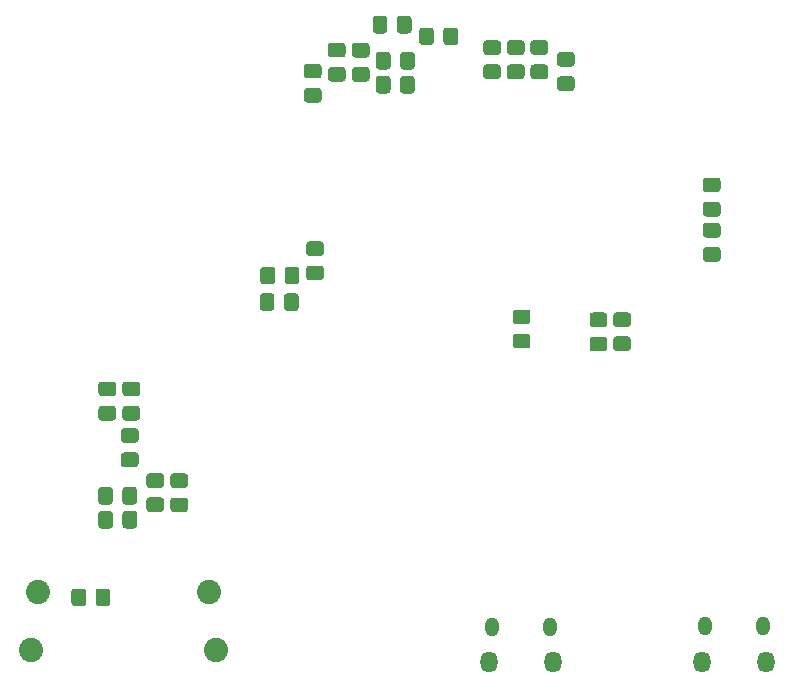
<source format=gbr>
%TF.GenerationSoftware,KiCad,Pcbnew,(5.1.6)-1*%
%TF.CreationDate,2020-12-19T20:46:55-03:30*%
%TF.ProjectId,graphics-card-rev-2,67726170-6869-4637-932d-636172642d72,rev?*%
%TF.SameCoordinates,Original*%
%TF.FileFunction,Soldermask,Bot*%
%TF.FilePolarity,Negative*%
%FSLAX46Y46*%
G04 Gerber Fmt 4.6, Leading zero omitted, Abs format (unit mm)*
G04 Created by KiCad (PCBNEW (5.1.6)-1) date 2020-12-19 20:46:55*
%MOMM*%
%LPD*%
G01*
G04 APERTURE LIST*
%ADD10O,1.450000X1.800000*%
%ADD11O,1.200000X1.600000*%
%ADD12C,2.050000*%
G04 APERTURE END LIST*
%TO.C,C5*%
G36*
G01*
X78875000Y-133478262D02*
X78875000Y-132521738D01*
G75*
G02*
X79146738Y-132250000I271738J0D01*
G01*
X79853262Y-132250000D01*
G75*
G02*
X80125000Y-132521738I0J-271738D01*
G01*
X80125000Y-133478262D01*
G75*
G02*
X79853262Y-133750000I-271738J0D01*
G01*
X79146738Y-133750000D01*
G75*
G02*
X78875000Y-133478262I0J271738D01*
G01*
G37*
G36*
G01*
X80925000Y-133478262D02*
X80925000Y-132521738D01*
G75*
G02*
X81196738Y-132250000I271738J0D01*
G01*
X81903262Y-132250000D01*
G75*
G02*
X82175000Y-132521738I0J-271738D01*
G01*
X82175000Y-133478262D01*
G75*
G02*
X81903262Y-133750000I-271738J0D01*
G01*
X81196738Y-133750000D01*
G75*
G02*
X80925000Y-133478262I0J271738D01*
G01*
G37*
%TD*%
%TO.C,C6*%
G36*
G01*
X80875000Y-135728262D02*
X80875000Y-134771738D01*
G75*
G02*
X81146738Y-134500000I271738J0D01*
G01*
X81853262Y-134500000D01*
G75*
G02*
X82125000Y-134771738I0J-271738D01*
G01*
X82125000Y-135728262D01*
G75*
G02*
X81853262Y-136000000I-271738J0D01*
G01*
X81146738Y-136000000D01*
G75*
G02*
X80875000Y-135728262I0J271738D01*
G01*
G37*
G36*
G01*
X78825000Y-135728262D02*
X78825000Y-134771738D01*
G75*
G02*
X79096738Y-134500000I271738J0D01*
G01*
X79803262Y-134500000D01*
G75*
G02*
X80075000Y-134771738I0J-271738D01*
G01*
X80075000Y-135728262D01*
G75*
G02*
X79803262Y-136000000I-271738J0D01*
G01*
X79096738Y-136000000D01*
G75*
G02*
X78825000Y-135728262I0J271738D01*
G01*
G37*
%TD*%
%TO.C,C7*%
G36*
G01*
X101478262Y-139175000D02*
X100521738Y-139175000D01*
G75*
G02*
X100250000Y-138903262I0J271738D01*
G01*
X100250000Y-138196738D01*
G75*
G02*
X100521738Y-137925000I271738J0D01*
G01*
X101478262Y-137925000D01*
G75*
G02*
X101750000Y-138196738I0J-271738D01*
G01*
X101750000Y-138903262D01*
G75*
G02*
X101478262Y-139175000I-271738J0D01*
G01*
G37*
G36*
G01*
X101478262Y-137125000D02*
X100521738Y-137125000D01*
G75*
G02*
X100250000Y-136853262I0J271738D01*
G01*
X100250000Y-136146738D01*
G75*
G02*
X100521738Y-135875000I271738J0D01*
G01*
X101478262Y-135875000D01*
G75*
G02*
X101750000Y-136146738I0J-271738D01*
G01*
X101750000Y-136853262D01*
G75*
G02*
X101478262Y-137125000I-271738J0D01*
G01*
G37*
%TD*%
%TO.C,C12*%
G36*
G01*
X109021738Y-136100000D02*
X109978262Y-136100000D01*
G75*
G02*
X110250000Y-136371738I0J-271738D01*
G01*
X110250000Y-137078262D01*
G75*
G02*
X109978262Y-137350000I-271738J0D01*
G01*
X109021738Y-137350000D01*
G75*
G02*
X108750000Y-137078262I0J271738D01*
G01*
X108750000Y-136371738D01*
G75*
G02*
X109021738Y-136100000I271738J0D01*
G01*
G37*
G36*
G01*
X109021738Y-138150000D02*
X109978262Y-138150000D01*
G75*
G02*
X110250000Y-138421738I0J-271738D01*
G01*
X110250000Y-139128262D01*
G75*
G02*
X109978262Y-139400000I-271738J0D01*
G01*
X109021738Y-139400000D01*
G75*
G02*
X108750000Y-139128262I0J271738D01*
G01*
X108750000Y-138421738D01*
G75*
G02*
X109021738Y-138150000I271738J0D01*
G01*
G37*
%TD*%
%TO.C,C28*%
G36*
G01*
X107021738Y-138175000D02*
X107978262Y-138175000D01*
G75*
G02*
X108250000Y-138446738I0J-271738D01*
G01*
X108250000Y-139153262D01*
G75*
G02*
X107978262Y-139425000I-271738J0D01*
G01*
X107021738Y-139425000D01*
G75*
G02*
X106750000Y-139153262I0J271738D01*
G01*
X106750000Y-138446738D01*
G75*
G02*
X107021738Y-138175000I271738J0D01*
G01*
G37*
G36*
G01*
X107021738Y-136125000D02*
X107978262Y-136125000D01*
G75*
G02*
X108250000Y-136396738I0J-271738D01*
G01*
X108250000Y-137103262D01*
G75*
G02*
X107978262Y-137375000I-271738J0D01*
G01*
X107021738Y-137375000D01*
G75*
G02*
X106750000Y-137103262I0J271738D01*
G01*
X106750000Y-136396738D01*
G75*
G02*
X107021738Y-136125000I271738J0D01*
G01*
G37*
%TD*%
%TO.C,C31*%
G36*
G01*
X104271738Y-114075000D02*
X105228262Y-114075000D01*
G75*
G02*
X105500000Y-114346738I0J-271738D01*
G01*
X105500000Y-115053262D01*
G75*
G02*
X105228262Y-115325000I-271738J0D01*
G01*
X104271738Y-115325000D01*
G75*
G02*
X104000000Y-115053262I0J271738D01*
G01*
X104000000Y-114346738D01*
G75*
G02*
X104271738Y-114075000I271738J0D01*
G01*
G37*
G36*
G01*
X104271738Y-116125000D02*
X105228262Y-116125000D01*
G75*
G02*
X105500000Y-116396738I0J-271738D01*
G01*
X105500000Y-117103262D01*
G75*
G02*
X105228262Y-117375000I-271738J0D01*
G01*
X104271738Y-117375000D01*
G75*
G02*
X104000000Y-117103262I0J271738D01*
G01*
X104000000Y-116396738D01*
G75*
G02*
X104271738Y-116125000I271738J0D01*
G01*
G37*
%TD*%
%TO.C,C34*%
G36*
G01*
X102021738Y-113075000D02*
X102978262Y-113075000D01*
G75*
G02*
X103250000Y-113346738I0J-271738D01*
G01*
X103250000Y-114053262D01*
G75*
G02*
X102978262Y-114325000I-271738J0D01*
G01*
X102021738Y-114325000D01*
G75*
G02*
X101750000Y-114053262I0J271738D01*
G01*
X101750000Y-113346738D01*
G75*
G02*
X102021738Y-113075000I271738J0D01*
G01*
G37*
G36*
G01*
X102021738Y-115125000D02*
X102978262Y-115125000D01*
G75*
G02*
X103250000Y-115396738I0J-271738D01*
G01*
X103250000Y-116103262D01*
G75*
G02*
X102978262Y-116375000I-271738J0D01*
G01*
X102021738Y-116375000D01*
G75*
G02*
X101750000Y-116103262I0J271738D01*
G01*
X101750000Y-115396738D01*
G75*
G02*
X102021738Y-115125000I271738J0D01*
G01*
G37*
%TD*%
%TO.C,C35*%
G36*
G01*
X100021738Y-113075000D02*
X100978262Y-113075000D01*
G75*
G02*
X101250000Y-113346738I0J-271738D01*
G01*
X101250000Y-114053262D01*
G75*
G02*
X100978262Y-114325000I-271738J0D01*
G01*
X100021738Y-114325000D01*
G75*
G02*
X99750000Y-114053262I0J271738D01*
G01*
X99750000Y-113346738D01*
G75*
G02*
X100021738Y-113075000I271738J0D01*
G01*
G37*
G36*
G01*
X100021738Y-115125000D02*
X100978262Y-115125000D01*
G75*
G02*
X101250000Y-115396738I0J-271738D01*
G01*
X101250000Y-116103262D01*
G75*
G02*
X100978262Y-116375000I-271738J0D01*
G01*
X100021738Y-116375000D01*
G75*
G02*
X99750000Y-116103262I0J271738D01*
G01*
X99750000Y-115396738D01*
G75*
G02*
X100021738Y-115125000I271738J0D01*
G01*
G37*
%TD*%
%TO.C,C36*%
G36*
G01*
X98021738Y-113075000D02*
X98978262Y-113075000D01*
G75*
G02*
X99250000Y-113346738I0J-271738D01*
G01*
X99250000Y-114053262D01*
G75*
G02*
X98978262Y-114325000I-271738J0D01*
G01*
X98021738Y-114325000D01*
G75*
G02*
X97750000Y-114053262I0J271738D01*
G01*
X97750000Y-113346738D01*
G75*
G02*
X98021738Y-113075000I271738J0D01*
G01*
G37*
G36*
G01*
X98021738Y-115125000D02*
X98978262Y-115125000D01*
G75*
G02*
X99250000Y-115396738I0J-271738D01*
G01*
X99250000Y-116103262D01*
G75*
G02*
X98978262Y-116375000I-271738J0D01*
G01*
X98021738Y-116375000D01*
G75*
G02*
X97750000Y-116103262I0J271738D01*
G01*
X97750000Y-115396738D01*
G75*
G02*
X98021738Y-115125000I271738J0D01*
G01*
G37*
%TD*%
%TO.C,C37*%
G36*
G01*
X94375000Y-113228262D02*
X94375000Y-112271738D01*
G75*
G02*
X94646738Y-112000000I271738J0D01*
G01*
X95353262Y-112000000D01*
G75*
G02*
X95625000Y-112271738I0J-271738D01*
G01*
X95625000Y-113228262D01*
G75*
G02*
X95353262Y-113500000I-271738J0D01*
G01*
X94646738Y-113500000D01*
G75*
G02*
X94375000Y-113228262I0J271738D01*
G01*
G37*
G36*
G01*
X92325000Y-113228262D02*
X92325000Y-112271738D01*
G75*
G02*
X92596738Y-112000000I271738J0D01*
G01*
X93303262Y-112000000D01*
G75*
G02*
X93575000Y-112271738I0J-271738D01*
G01*
X93575000Y-113228262D01*
G75*
G02*
X93303262Y-113500000I-271738J0D01*
G01*
X92596738Y-113500000D01*
G75*
G02*
X92325000Y-113228262I0J271738D01*
G01*
G37*
%TD*%
%TO.C,C48*%
G36*
G01*
X90697000Y-117318262D02*
X90697000Y-116361738D01*
G75*
G02*
X90968738Y-116090000I271738J0D01*
G01*
X91675262Y-116090000D01*
G75*
G02*
X91947000Y-116361738I0J-271738D01*
G01*
X91947000Y-117318262D01*
G75*
G02*
X91675262Y-117590000I-271738J0D01*
G01*
X90968738Y-117590000D01*
G75*
G02*
X90697000Y-117318262I0J271738D01*
G01*
G37*
G36*
G01*
X88647000Y-117318262D02*
X88647000Y-116361738D01*
G75*
G02*
X88918738Y-116090000I271738J0D01*
G01*
X89625262Y-116090000D01*
G75*
G02*
X89897000Y-116361738I0J-271738D01*
G01*
X89897000Y-117318262D01*
G75*
G02*
X89625262Y-117590000I-271738J0D01*
G01*
X88918738Y-117590000D01*
G75*
G02*
X88647000Y-117318262I0J271738D01*
G01*
G37*
%TD*%
%TO.C,C49*%
G36*
G01*
X86897738Y-113294000D02*
X87854262Y-113294000D01*
G75*
G02*
X88126000Y-113565738I0J-271738D01*
G01*
X88126000Y-114272262D01*
G75*
G02*
X87854262Y-114544000I-271738J0D01*
G01*
X86897738Y-114544000D01*
G75*
G02*
X86626000Y-114272262I0J271738D01*
G01*
X86626000Y-113565738D01*
G75*
G02*
X86897738Y-113294000I271738J0D01*
G01*
G37*
G36*
G01*
X86897738Y-115344000D02*
X87854262Y-115344000D01*
G75*
G02*
X88126000Y-115615738I0J-271738D01*
G01*
X88126000Y-116322262D01*
G75*
G02*
X87854262Y-116594000I-271738J0D01*
G01*
X86897738Y-116594000D01*
G75*
G02*
X86626000Y-116322262I0J271738D01*
G01*
X86626000Y-115615738D01*
G75*
G02*
X86897738Y-115344000I271738J0D01*
G01*
G37*
%TD*%
%TO.C,C50*%
G36*
G01*
X90706000Y-115286262D02*
X90706000Y-114329738D01*
G75*
G02*
X90977738Y-114058000I271738J0D01*
G01*
X91684262Y-114058000D01*
G75*
G02*
X91956000Y-114329738I0J-271738D01*
G01*
X91956000Y-115286262D01*
G75*
G02*
X91684262Y-115558000I-271738J0D01*
G01*
X90977738Y-115558000D01*
G75*
G02*
X90706000Y-115286262I0J271738D01*
G01*
G37*
G36*
G01*
X88656000Y-115286262D02*
X88656000Y-114329738D01*
G75*
G02*
X88927738Y-114058000I271738J0D01*
G01*
X89634262Y-114058000D01*
G75*
G02*
X89906000Y-114329738I0J-271738D01*
G01*
X89906000Y-115286262D01*
G75*
G02*
X89634262Y-115558000I-271738J0D01*
G01*
X88927738Y-115558000D01*
G75*
G02*
X88656000Y-115286262I0J271738D01*
G01*
G37*
%TD*%
%TO.C,C51*%
G36*
G01*
X84865738Y-113285000D02*
X85822262Y-113285000D01*
G75*
G02*
X86094000Y-113556738I0J-271738D01*
G01*
X86094000Y-114263262D01*
G75*
G02*
X85822262Y-114535000I-271738J0D01*
G01*
X84865738Y-114535000D01*
G75*
G02*
X84594000Y-114263262I0J271738D01*
G01*
X84594000Y-113556738D01*
G75*
G02*
X84865738Y-113285000I271738J0D01*
G01*
G37*
G36*
G01*
X84865738Y-115335000D02*
X85822262Y-115335000D01*
G75*
G02*
X86094000Y-115606738I0J-271738D01*
G01*
X86094000Y-116313262D01*
G75*
G02*
X85822262Y-116585000I-271738J0D01*
G01*
X84865738Y-116585000D01*
G75*
G02*
X84594000Y-116313262I0J271738D01*
G01*
X84594000Y-115606738D01*
G75*
G02*
X84865738Y-115335000I271738J0D01*
G01*
G37*
%TD*%
%TO.C,C52*%
G36*
G01*
X83021738Y-130100000D02*
X83978262Y-130100000D01*
G75*
G02*
X84250000Y-130371738I0J-271738D01*
G01*
X84250000Y-131078262D01*
G75*
G02*
X83978262Y-131350000I-271738J0D01*
G01*
X83021738Y-131350000D01*
G75*
G02*
X82750000Y-131078262I0J271738D01*
G01*
X82750000Y-130371738D01*
G75*
G02*
X83021738Y-130100000I271738J0D01*
G01*
G37*
G36*
G01*
X83021738Y-132150000D02*
X83978262Y-132150000D01*
G75*
G02*
X84250000Y-132421738I0J-271738D01*
G01*
X84250000Y-133128262D01*
G75*
G02*
X83978262Y-133400000I-271738J0D01*
G01*
X83021738Y-133400000D01*
G75*
G02*
X82750000Y-133128262I0J271738D01*
G01*
X82750000Y-132421738D01*
G75*
G02*
X83021738Y-132150000I271738J0D01*
G01*
G37*
%TD*%
%TO.C,C17*%
G36*
G01*
X116615738Y-124706000D02*
X117572262Y-124706000D01*
G75*
G02*
X117844000Y-124977738I0J-271738D01*
G01*
X117844000Y-125684262D01*
G75*
G02*
X117572262Y-125956000I-271738J0D01*
G01*
X116615738Y-125956000D01*
G75*
G02*
X116344000Y-125684262I0J271738D01*
G01*
X116344000Y-124977738D01*
G75*
G02*
X116615738Y-124706000I271738J0D01*
G01*
G37*
G36*
G01*
X116615738Y-126756000D02*
X117572262Y-126756000D01*
G75*
G02*
X117844000Y-127027738I0J-271738D01*
G01*
X117844000Y-127734262D01*
G75*
G02*
X117572262Y-128006000I-271738J0D01*
G01*
X116615738Y-128006000D01*
G75*
G02*
X116344000Y-127734262I0J271738D01*
G01*
X116344000Y-127027738D01*
G75*
G02*
X116615738Y-126756000I271738J0D01*
G01*
G37*
%TD*%
%TO.C,C20*%
G36*
G01*
X117572262Y-129784000D02*
X116615738Y-129784000D01*
G75*
G02*
X116344000Y-129512262I0J271738D01*
G01*
X116344000Y-128805738D01*
G75*
G02*
X116615738Y-128534000I271738J0D01*
G01*
X117572262Y-128534000D01*
G75*
G02*
X117844000Y-128805738I0J-271738D01*
G01*
X117844000Y-129512262D01*
G75*
G02*
X117572262Y-129784000I-271738J0D01*
G01*
G37*
G36*
G01*
X117572262Y-131834000D02*
X116615738Y-131834000D01*
G75*
G02*
X116344000Y-131562262I0J271738D01*
G01*
X116344000Y-130855738D01*
G75*
G02*
X116615738Y-130584000I271738J0D01*
G01*
X117572262Y-130584000D01*
G75*
G02*
X117844000Y-130855738I0J-271738D01*
G01*
X117844000Y-131562262D01*
G75*
G02*
X117572262Y-131834000I-271738J0D01*
G01*
G37*
%TD*%
%TO.C,C46*%
G36*
G01*
X70455262Y-150984000D02*
X69498738Y-150984000D01*
G75*
G02*
X69227000Y-150712262I0J271738D01*
G01*
X69227000Y-150005738D01*
G75*
G02*
X69498738Y-149734000I271738J0D01*
G01*
X70455262Y-149734000D01*
G75*
G02*
X70727000Y-150005738I0J-271738D01*
G01*
X70727000Y-150712262D01*
G75*
G02*
X70455262Y-150984000I-271738J0D01*
G01*
G37*
G36*
G01*
X70455262Y-153034000D02*
X69498738Y-153034000D01*
G75*
G02*
X69227000Y-152762262I0J271738D01*
G01*
X69227000Y-152055738D01*
G75*
G02*
X69498738Y-151784000I271738J0D01*
G01*
X70455262Y-151784000D01*
G75*
G02*
X70727000Y-152055738I0J-271738D01*
G01*
X70727000Y-152762262D01*
G75*
G02*
X70455262Y-153034000I-271738J0D01*
G01*
G37*
%TD*%
%TO.C,C47*%
G36*
G01*
X72487262Y-153043000D02*
X71530738Y-153043000D01*
G75*
G02*
X71259000Y-152771262I0J271738D01*
G01*
X71259000Y-152064738D01*
G75*
G02*
X71530738Y-151793000I271738J0D01*
G01*
X72487262Y-151793000D01*
G75*
G02*
X72759000Y-152064738I0J-271738D01*
G01*
X72759000Y-152771262D01*
G75*
G02*
X72487262Y-153043000I-271738J0D01*
G01*
G37*
G36*
G01*
X72487262Y-150993000D02*
X71530738Y-150993000D01*
G75*
G02*
X71259000Y-150721262I0J271738D01*
G01*
X71259000Y-150014738D01*
G75*
G02*
X71530738Y-149743000I271738J0D01*
G01*
X72487262Y-149743000D01*
G75*
G02*
X72759000Y-150014738I0J-271738D01*
G01*
X72759000Y-150721262D01*
G75*
G02*
X72487262Y-150993000I-271738J0D01*
G01*
G37*
%TD*%
%TO.C,C55*%
G36*
G01*
X62875000Y-160728262D02*
X62875000Y-159771738D01*
G75*
G02*
X63146738Y-159500000I271738J0D01*
G01*
X63853262Y-159500000D01*
G75*
G02*
X64125000Y-159771738I0J-271738D01*
G01*
X64125000Y-160728262D01*
G75*
G02*
X63853262Y-161000000I-271738J0D01*
G01*
X63146738Y-161000000D01*
G75*
G02*
X62875000Y-160728262I0J271738D01*
G01*
G37*
G36*
G01*
X64925000Y-160728262D02*
X64925000Y-159771738D01*
G75*
G02*
X65196738Y-159500000I271738J0D01*
G01*
X65903262Y-159500000D01*
G75*
G02*
X66175000Y-159771738I0J-271738D01*
G01*
X66175000Y-160728262D01*
G75*
G02*
X65903262Y-161000000I-271738J0D01*
G01*
X65196738Y-161000000D01*
G75*
G02*
X64925000Y-160728262I0J271738D01*
G01*
G37*
%TD*%
%TO.C,C66*%
G36*
G01*
X65143000Y-152116262D02*
X65143000Y-151159738D01*
G75*
G02*
X65414738Y-150888000I271738J0D01*
G01*
X66121262Y-150888000D01*
G75*
G02*
X66393000Y-151159738I0J-271738D01*
G01*
X66393000Y-152116262D01*
G75*
G02*
X66121262Y-152388000I-271738J0D01*
G01*
X65414738Y-152388000D01*
G75*
G02*
X65143000Y-152116262I0J271738D01*
G01*
G37*
G36*
G01*
X67193000Y-152116262D02*
X67193000Y-151159738D01*
G75*
G02*
X67464738Y-150888000I271738J0D01*
G01*
X68171262Y-150888000D01*
G75*
G02*
X68443000Y-151159738I0J-271738D01*
G01*
X68443000Y-152116262D01*
G75*
G02*
X68171262Y-152388000I-271738J0D01*
G01*
X67464738Y-152388000D01*
G75*
G02*
X67193000Y-152116262I0J271738D01*
G01*
G37*
%TD*%
%TO.C,C67*%
G36*
G01*
X88384000Y-112238262D02*
X88384000Y-111281738D01*
G75*
G02*
X88655738Y-111010000I271738J0D01*
G01*
X89362262Y-111010000D01*
G75*
G02*
X89634000Y-111281738I0J-271738D01*
G01*
X89634000Y-112238262D01*
G75*
G02*
X89362262Y-112510000I-271738J0D01*
G01*
X88655738Y-112510000D01*
G75*
G02*
X88384000Y-112238262I0J271738D01*
G01*
G37*
G36*
G01*
X90434000Y-112238262D02*
X90434000Y-111281738D01*
G75*
G02*
X90705738Y-111010000I271738J0D01*
G01*
X91412262Y-111010000D01*
G75*
G02*
X91684000Y-111281738I0J-271738D01*
G01*
X91684000Y-112238262D01*
G75*
G02*
X91412262Y-112510000I-271738J0D01*
G01*
X90705738Y-112510000D01*
G75*
G02*
X90434000Y-112238262I0J271738D01*
G01*
G37*
%TD*%
%TO.C,C64*%
G36*
G01*
X83790262Y-116313000D02*
X82833738Y-116313000D01*
G75*
G02*
X82562000Y-116041262I0J271738D01*
G01*
X82562000Y-115334738D01*
G75*
G02*
X82833738Y-115063000I271738J0D01*
G01*
X83790262Y-115063000D01*
G75*
G02*
X84062000Y-115334738I0J-271738D01*
G01*
X84062000Y-116041262D01*
G75*
G02*
X83790262Y-116313000I-271738J0D01*
G01*
G37*
G36*
G01*
X83790262Y-118363000D02*
X82833738Y-118363000D01*
G75*
G02*
X82562000Y-118091262I0J271738D01*
G01*
X82562000Y-117384738D01*
G75*
G02*
X82833738Y-117113000I271738J0D01*
G01*
X83790262Y-117113000D01*
G75*
G02*
X84062000Y-117384738I0J-271738D01*
G01*
X84062000Y-118091262D01*
G75*
G02*
X83790262Y-118363000I-271738J0D01*
G01*
G37*
%TD*%
D10*
%TO.C,J1*%
X103670000Y-165715000D03*
X98210000Y-165715000D03*
D11*
X103360000Y-162715000D03*
X98520000Y-162715000D03*
%TD*%
%TO.C,J2*%
X116555000Y-162707000D03*
X121395000Y-162707000D03*
D10*
X116245000Y-165707000D03*
X121705000Y-165707000D03*
%TD*%
D12*
%TO.C,J3*%
X60060000Y-159766000D03*
X74560000Y-159766000D03*
X59460000Y-164666000D03*
X75160000Y-164666000D03*
%TD*%
%TO.C,R6*%
G36*
G01*
X68296262Y-149224000D02*
X67339738Y-149224000D01*
G75*
G02*
X67068000Y-148952262I0J271738D01*
G01*
X67068000Y-148245738D01*
G75*
G02*
X67339738Y-147974000I271738J0D01*
G01*
X68296262Y-147974000D01*
G75*
G02*
X68568000Y-148245738I0J-271738D01*
G01*
X68568000Y-148952262D01*
G75*
G02*
X68296262Y-149224000I-271738J0D01*
G01*
G37*
G36*
G01*
X68296262Y-147174000D02*
X67339738Y-147174000D01*
G75*
G02*
X67068000Y-146902262I0J271738D01*
G01*
X67068000Y-146195738D01*
G75*
G02*
X67339738Y-145924000I271738J0D01*
G01*
X68296262Y-145924000D01*
G75*
G02*
X68568000Y-146195738I0J-271738D01*
G01*
X68568000Y-146902262D01*
G75*
G02*
X68296262Y-147174000I-271738J0D01*
G01*
G37*
%TD*%
%TO.C,R8*%
G36*
G01*
X65434738Y-141978000D02*
X66391262Y-141978000D01*
G75*
G02*
X66663000Y-142249738I0J-271738D01*
G01*
X66663000Y-142956262D01*
G75*
G02*
X66391262Y-143228000I-271738J0D01*
G01*
X65434738Y-143228000D01*
G75*
G02*
X65163000Y-142956262I0J271738D01*
G01*
X65163000Y-142249738D01*
G75*
G02*
X65434738Y-141978000I271738J0D01*
G01*
G37*
G36*
G01*
X65434738Y-144028000D02*
X66391262Y-144028000D01*
G75*
G02*
X66663000Y-144299738I0J-271738D01*
G01*
X66663000Y-145006262D01*
G75*
G02*
X66391262Y-145278000I-271738J0D01*
G01*
X65434738Y-145278000D01*
G75*
G02*
X65163000Y-145006262I0J271738D01*
G01*
X65163000Y-144299738D01*
G75*
G02*
X65434738Y-144028000I271738J0D01*
G01*
G37*
%TD*%
%TO.C,R9*%
G36*
G01*
X67466738Y-144028000D02*
X68423262Y-144028000D01*
G75*
G02*
X68695000Y-144299738I0J-271738D01*
G01*
X68695000Y-145006262D01*
G75*
G02*
X68423262Y-145278000I-271738J0D01*
G01*
X67466738Y-145278000D01*
G75*
G02*
X67195000Y-145006262I0J271738D01*
G01*
X67195000Y-144299738D01*
G75*
G02*
X67466738Y-144028000I271738J0D01*
G01*
G37*
G36*
G01*
X67466738Y-141978000D02*
X68423262Y-141978000D01*
G75*
G02*
X68695000Y-142249738I0J-271738D01*
G01*
X68695000Y-142956262D01*
G75*
G02*
X68423262Y-143228000I-271738J0D01*
G01*
X67466738Y-143228000D01*
G75*
G02*
X67195000Y-142956262I0J271738D01*
G01*
X67195000Y-142249738D01*
G75*
G02*
X67466738Y-141978000I271738J0D01*
G01*
G37*
%TD*%
%TO.C,R18*%
G36*
G01*
X67202000Y-154148262D02*
X67202000Y-153191738D01*
G75*
G02*
X67473738Y-152920000I271738J0D01*
G01*
X68180262Y-152920000D01*
G75*
G02*
X68452000Y-153191738I0J-271738D01*
G01*
X68452000Y-154148262D01*
G75*
G02*
X68180262Y-154420000I-271738J0D01*
G01*
X67473738Y-154420000D01*
G75*
G02*
X67202000Y-154148262I0J271738D01*
G01*
G37*
G36*
G01*
X65152000Y-154148262D02*
X65152000Y-153191738D01*
G75*
G02*
X65423738Y-152920000I271738J0D01*
G01*
X66130262Y-152920000D01*
G75*
G02*
X66402000Y-153191738I0J-271738D01*
G01*
X66402000Y-154148262D01*
G75*
G02*
X66130262Y-154420000I-271738J0D01*
G01*
X65423738Y-154420000D01*
G75*
G02*
X65152000Y-154148262I0J271738D01*
G01*
G37*
%TD*%
M02*

</source>
